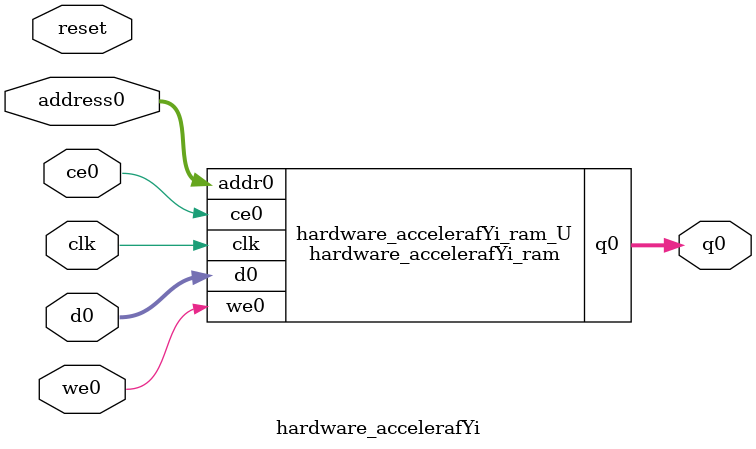
<source format=v>

`timescale 1 ns / 1 ps
module hardware_accelerafYi_ram (addr0, ce0, d0, we0, q0,  clk);

parameter DWIDTH = 32;
parameter AWIDTH = 12;
parameter MEM_SIZE = 2500;

input[AWIDTH-1:0] addr0;
input ce0;
input[DWIDTH-1:0] d0;
input we0;
output reg[DWIDTH-1:0] q0;
input clk;

(* ram_style = "block" *)reg [DWIDTH-1:0] ram[0:MEM_SIZE-1];




always @(posedge clk)  
begin 
    if (ce0) 
    begin
        if (we0) 
        begin 
            ram[addr0] <= d0; 
            q0 <= d0;
        end 
        else 
            q0 <= ram[addr0];
    end
end


endmodule


`timescale 1 ns / 1 ps
module hardware_accelerafYi(
    reset,
    clk,
    address0,
    ce0,
    we0,
    d0,
    q0);

parameter DataWidth = 32'd32;
parameter AddressRange = 32'd2500;
parameter AddressWidth = 32'd12;
input reset;
input clk;
input[AddressWidth - 1:0] address0;
input ce0;
input we0;
input[DataWidth - 1:0] d0;
output[DataWidth - 1:0] q0;



hardware_accelerafYi_ram hardware_accelerafYi_ram_U(
    .clk( clk ),
    .addr0( address0 ),
    .ce0( ce0 ),
    .we0( we0 ),
    .d0( d0 ),
    .q0( q0 ));

endmodule


</source>
